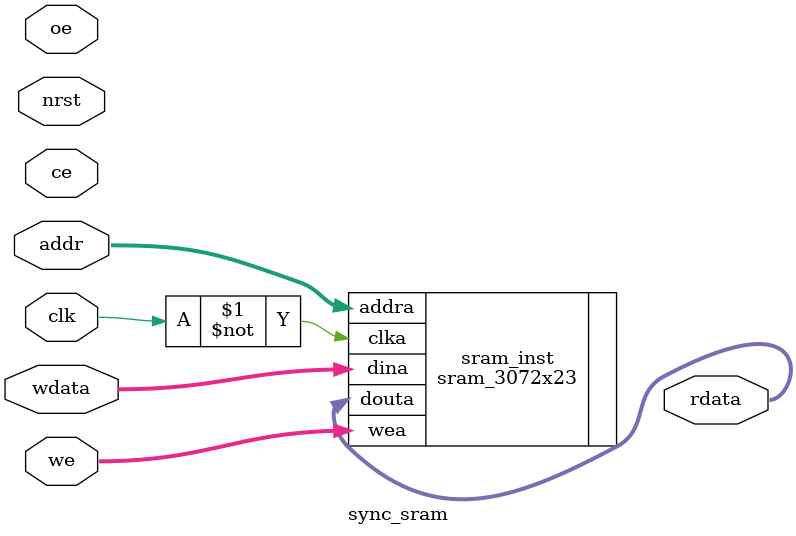
<source format=sv>

module sync_sram #(
		parameter NUM_PARTS  = 2,
		parameter DATA_WIDTH = 16,
		parameter ADDR_WIDTH = 10,
		parameter DEPTH      = 1024
		)(
		input                           clk,    // clk
		input                           nrst,   // nreset

		input                           ce,     // chip enable
		input           [NUM_PARTS-1:0] we,     // part write enable
		input           [NUM_PARTS-1:0] oe,     // part output enable
		input          [ADDR_WIDTH-1:0] addr,   // address
		input          [DATA_WIDTH-1:0] wdata,  // data in
		output         [DATA_WIDTH-1:0] rdata   // ram out
		);

	sram_3072x23 sram_inst (
			.clka  (~clk),
			.wea   (we),
			.addra (addr),
			.dina  (wdata),
			.douta (rdata)
		);

	//	sync_sram_slice #(
	//		.DATA_WIDTH (DATA_WIDTH/NUM_PARTS),
	//		.DEPTH      (DEPTH)
	//	) sync_sram_slice_inst[NUM_PARTS-1:0](
	//		.clk   (clk),
	//		.ce    (ce),
	//		.we    (we),
	//		.addr  (addr),
	//		.wdata (wdata),
	//		.rdata (rdata)
	//	);

endmodule


</source>
